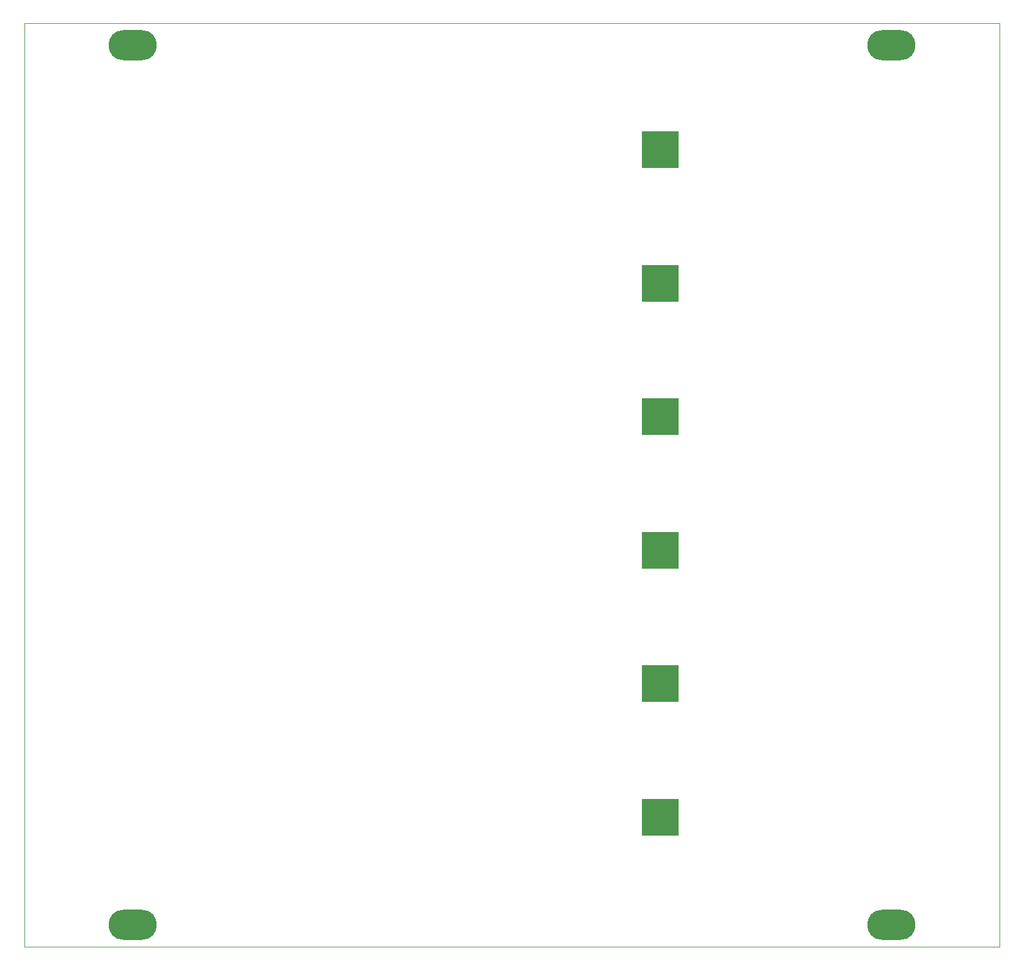
<source format=gbs>
G04 #@! TF.GenerationSoftware,KiCad,Pcbnew,(6.0.1)*
G04 #@! TF.CreationDate,2022-09-12T17:21:22+02:00*
G04 #@! TF.ProjectId,Output-mixer,4f757470-7574-42d6-9d69-7865722e6b69,rev?*
G04 #@! TF.SameCoordinates,Original*
G04 #@! TF.FileFunction,Soldermask,Bot*
G04 #@! TF.FilePolarity,Negative*
%FSLAX46Y46*%
G04 Gerber Fmt 4.6, Leading zero omitted, Abs format (unit mm)*
G04 Created by KiCad (PCBNEW (6.0.1)) date 2022-09-12 17:21:22*
%MOMM*%
%LPD*%
G01*
G04 APERTURE LIST*
%ADD10C,0.100000*%
G04 #@! TA.AperFunction,Profile*
%ADD11C,0.050000*%
G04 #@! TD*
%ADD12O,6.700000X4.200000*%
G04 APERTURE END LIST*
D10*
X124095000Y-54550000D02*
X119095000Y-54550000D01*
X119095000Y-54550000D02*
X119095000Y-49550000D01*
X119095000Y-49550000D02*
X124095000Y-49550000D01*
X124095000Y-49550000D02*
X124095000Y-54550000D01*
G36*
X124095000Y-54550000D02*
G01*
X119095000Y-54550000D01*
X119095000Y-49550000D01*
X124095000Y-49550000D01*
X124095000Y-54550000D01*
G37*
X124095000Y-54550000D02*
X119095000Y-54550000D01*
X119095000Y-49550000D01*
X124095000Y-49550000D01*
X124095000Y-54550000D01*
X124095000Y-128550001D02*
X119095000Y-128550001D01*
X119095000Y-128550001D02*
X119095000Y-123550001D01*
X119095000Y-123550001D02*
X124095000Y-123550001D01*
X124095000Y-123550001D02*
X124095000Y-128550001D01*
G36*
X124095000Y-128550001D02*
G01*
X119095000Y-128550001D01*
X119095000Y-123550001D01*
X124095000Y-123550001D01*
X124095000Y-128550001D01*
G37*
X124095000Y-128550001D02*
X119095000Y-128550001D01*
X119095000Y-123550001D01*
X124095000Y-123550001D01*
X124095000Y-128550001D01*
X124095000Y-73050000D02*
X119095000Y-73050000D01*
X119095000Y-73050000D02*
X119095000Y-68050000D01*
X119095000Y-68050000D02*
X124095000Y-68050000D01*
X124095000Y-68050000D02*
X124095000Y-73050000D01*
G36*
X124095000Y-73050000D02*
G01*
X119095000Y-73050000D01*
X119095000Y-68050000D01*
X124095000Y-68050000D01*
X124095000Y-73050000D01*
G37*
X124095000Y-73050000D02*
X119095000Y-73050000D01*
X119095000Y-68050000D01*
X124095000Y-68050000D01*
X124095000Y-73050000D01*
X124095000Y-91550000D02*
X119095000Y-91550000D01*
X119095000Y-91550000D02*
X119095000Y-86550000D01*
X119095000Y-86550000D02*
X124095000Y-86550000D01*
X124095000Y-86550000D02*
X124095000Y-91550000D01*
G36*
X124095000Y-91550000D02*
G01*
X119095000Y-91550000D01*
X119095000Y-86550000D01*
X124095000Y-86550000D01*
X124095000Y-91550000D01*
G37*
X124095000Y-91550000D02*
X119095000Y-91550000D01*
X119095000Y-86550000D01*
X124095000Y-86550000D01*
X124095000Y-91550000D01*
X124095000Y-110050000D02*
X119095000Y-110050000D01*
X119095000Y-110050000D02*
X119095000Y-105050000D01*
X119095000Y-105050000D02*
X124095000Y-105050000D01*
X124095000Y-105050000D02*
X124095000Y-110050000D01*
G36*
X124095000Y-110050000D02*
G01*
X119095000Y-110050000D01*
X119095000Y-105050000D01*
X124095000Y-105050000D01*
X124095000Y-110050000D01*
G37*
X124095000Y-110050000D02*
X119095000Y-110050000D01*
X119095000Y-105050000D01*
X124095000Y-105050000D01*
X124095000Y-110050000D01*
X124095000Y-147050000D02*
X119095000Y-147050000D01*
X119095000Y-147050000D02*
X119095000Y-142050000D01*
X119095000Y-142050000D02*
X124095000Y-142050000D01*
X124095000Y-142050000D02*
X124095000Y-147050000D01*
G36*
X124095000Y-147050000D02*
G01*
X119095000Y-147050000D01*
X119095000Y-142050000D01*
X124095000Y-142050000D01*
X124095000Y-147050000D01*
G37*
X124095000Y-147050000D02*
X119095000Y-147050000D01*
X119095000Y-142050000D01*
X124095000Y-142050000D01*
X124095000Y-147050000D01*
D11*
X33625000Y-34550000D02*
X33625000Y-162550000D01*
X33625000Y-34550000D02*
X168625000Y-34550000D01*
X168625000Y-34550000D02*
X168625000Y-162550000D01*
X168625000Y-162550000D02*
X33625000Y-162550000D01*
D12*
X153625000Y-159550000D03*
X48625000Y-159550000D03*
X153625000Y-37550000D03*
X48625000Y-37550000D03*
M02*

</source>
